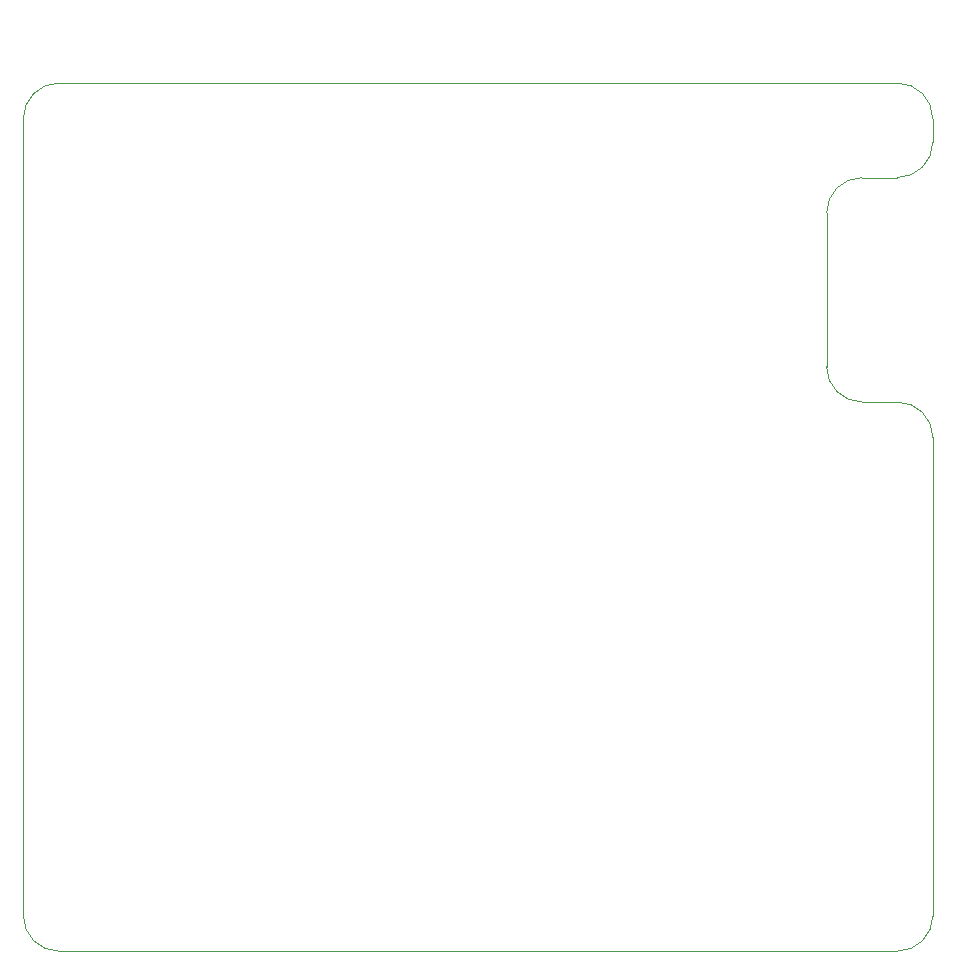
<source format=gbr>
%TF.GenerationSoftware,KiCad,Pcbnew,(6.0.4)*%
%TF.CreationDate,2022-09-17T14:54:46+01:00*%
%TF.ProjectId,eChook Wireless Board,6543686f-6f6b-4205-9769-72656c657373,rev?*%
%TF.SameCoordinates,Original*%
%TF.FileFunction,Profile,NP*%
%FSLAX46Y46*%
G04 Gerber Fmt 4.6, Leading zero omitted, Abs format (unit mm)*
G04 Created by KiCad (PCBNEW (6.0.4)) date 2022-09-17 14:54:46*
%MOMM*%
%LPD*%
G01*
G04 APERTURE LIST*
%TA.AperFunction,Profile*%
%ADD10C,0.100000*%
%TD*%
G04 APERTURE END LIST*
D10*
X120500000Y-63000000D02*
G75*
G03*
X117500000Y-66000000I0J-3000000D01*
G01*
X194500000Y-66000000D02*
X194500000Y-68000000D01*
X188500000Y-71000000D02*
X191500000Y-71000000D01*
X188500000Y-71000000D02*
G75*
G03*
X185500000Y-74000000I0J-3000000D01*
G01*
X191500000Y-136500000D02*
X120500000Y-136500000D01*
X185500000Y-74000000D02*
X185500000Y-87000000D01*
X120500000Y-63000000D02*
X191500000Y-63000000D01*
X191500000Y-136500000D02*
G75*
G03*
X194500000Y-133500000I0J3000000D01*
G01*
X188500000Y-90000000D02*
X191500000Y-90000000D01*
X194500000Y-66000000D02*
G75*
G03*
X191500000Y-63000000I-3000000J0D01*
G01*
X117500000Y-133500000D02*
G75*
G03*
X120500000Y-136500000I3000000J0D01*
G01*
X117500000Y-133500000D02*
X117500000Y-66000000D01*
X194500000Y-93000000D02*
G75*
G03*
X191500000Y-90000000I-3000000J0D01*
G01*
X185500000Y-87000000D02*
G75*
G03*
X188500000Y-90000000I3000000J0D01*
G01*
X191500000Y-71000000D02*
G75*
G03*
X194500000Y-68000000I0J3000000D01*
G01*
X194500000Y-93000000D02*
X194500000Y-133500000D01*
X165000001Y-58000000D02*
G75*
G03*
X165000001Y-58000000I-1J0D01*
G01*
M02*

</source>
